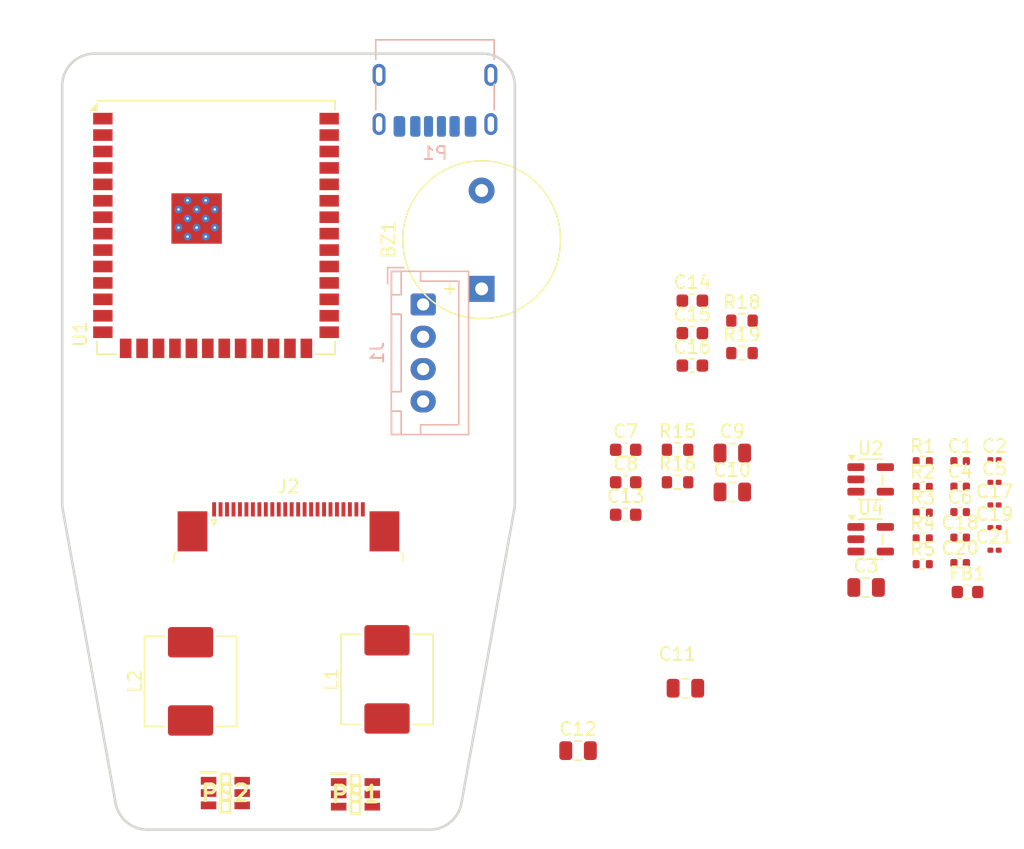
<source format=kicad_pcb>
(kicad_pcb (version 20241229) (generator "pcbnew") (generator_version "9.0")
  (layers (0 "F.Cu" signal) (2 "B.Cu" signal) (13 "F.Paste" user) (15 "B.Paste" user) (5 "F.SilkS" user "F.Silkscreen") (7 "B.SilkS" user "B.Silkscreen") (1 "F.Mask" user) (3 "B.Mask" user) (25 "Edge.Cuts" user))
  (net 0 "")
  (net 1 "GND")
  (net 2 "+5V")
  (net 3 "+BATT")
  (net 4 "Net-(PS1-BS)")
  (net 6 "Net-(PS1-LX)")
  (net 7 "Net-(PS1-FB)")
  (net 8 "Net-(PS2-LX)")
  (net 9 "Net-(PS2-BS)")
  (net 10 "Net-(PS2-FB)")
  (net 17 "Net-(J2-RESETB)")
  (net 18 "/GPIO4")
  (net 19 "/BUZZER")
  (net 22 "Net-(P1-GND-PadA1)")
  (net 23 "Net-(P1-VBUS-PadA4)")
  (net 27 "+3V3")
  (net 28 "/GPIO18")
  (net 29 "/GPIO5")
  (net 30 "Net-(J2-AVDD)")
  (net 31 "+CAM_2V8")
  (net 32 "CAM_1V2")
  (net 33 "Net-(J2-PWDN)")
  (net 35 "/GPIO16")
  (net 36 "/GPIO13")
  (net 37 "Net-(J2-XCLK)")
  (net 38 "/GPIO12")
  (net 39 "/GPIO9")
  (net 40 "/GPIO8")
  (net 41 "/GPIO7")
  (net 42 "/GPIO10")
  (net 43 "/GPIO17")
  (net 44 "/GPIO6")
  (net 45 "/GPIO11")
  (net 46 "/GPIO15")
  (net 53 "Net-(U1-GND-Pad1)")
  (footprint "Capacitor_SMD:C_0402_1005Metric" (layer "F.Cu") (at 123.2549 72.7856)
    (property "Reference" "C1" (at 0 -1.16 0) (layer "F.SilkS"))
    (property "Value" "100nF")
    (fp_line (start -0.107836 -0.36) (end 0.107836 -0.36) (stroke (width 0.12)) (layer "F.SilkS"))
    (fp_line (start -0.107836 0.36) (end 0.107836 0.36) (stroke (width 0.12)) (layer "F.SilkS"))
    (pad "1" smd roundrect (at -0.48 0) (size 0.56 0.62) (layers "F.Cu" "F.Mask" "F.Paste") (net 30 "Net-(J2-AVDD)"))
    (pad "2" smd roundrect (at 0.48 0) (size 0.56 0.62) (layers "F.Cu" "F.Mask" "F.Paste") (net 1 "GND"))
  )
  (footprint "Connector_FFC-FPC:TE_2-1734839-4_1x24-1MP_P0.5mm_Horizontal" (layer "F.Cu") (at 71.3232 77.8658)
    (property "Reference" "J2" (at 0 -3.11 0) (layer "F.SilkS"))
    (property "Value" "Camera")
    (fp_line (start -8.825 2.04) (end -8.825 2.64) (stroke (width 0.12)) (layer "F.SilkS"))
    (fp_line (start -8.715 2.04) (end -8.825 2.04) (stroke (width 0.12)) (layer "F.SilkS"))
    (fp_line (start -5.95 -0.55) (end -5.75 -0.15) (stroke (width 0.12)) (layer "F.SilkS"))
    (fp_line (start -5.75 -0.15) (end -5.55 -0.55) (stroke (width 0.12)) (layer "F.SilkS"))
    (fp_line (start -5.55 -0.55) (end -5.95 -0.55) (stroke (width 0.12)) (layer "F.SilkS"))
    (fp_line (start 8.715 2.04) (end 8.825 2.04) (stroke (width 0.12)) (layer "F.SilkS"))
    (fp_line (start 8.825 2.04) (end 8.825 2.64) (stroke (width 0.12)) (layer "F.SilkS"))
    (pad "1" smd rect (at -5.75 -1.35) (size 0.3 1.1) (layers "F.Cu" "F.Mask" "F.Paste"))
    (pad "2" smd rect (at -5.25 -1.35) (size 0.3 1.1) (layers "F.Cu" "F.Mask" "F.Paste"))
    (pad "3" smd rect (at -4.75 -1.35) (size 0.3 1.1) (layers "F.Cu" "F.Mask" "F.Paste") (net 40 "/GPIO8"))
    (pad "4" smd rect (at -4.25 -1.35) (size 0.3 1.1) (layers "F.Cu" "F.Mask" "F.Paste") (net 39 "/GPIO9"))
    (pad "5" smd rect (at -3.75 -1.35) (size 0.3 1.1) (layers "F.Cu" "F.Mask" "F.Paste") (net 42 "/GPIO10"))
    (pad "6" smd rect (at -3.25 -1.35) (size 0.3 1.1) (layers "F.Cu" "F.Mask" "F.Paste") (net 45 "/GPIO11"))
    (pad "7" smd rect (at -2.75 -1.35) (size 0.3 1.1) (layers "F.Cu" "F.Mask" "F.Paste") (net 38 "/GPIO12"))
    (pad "8" smd rect (at -2.25 -1.35) (size 0.3 1.1) (layers "F.Cu" "F.Mask" "F.Paste") (net 36 "/GPIO13"))
    (pad "9" smd rect (at -1.75 -1.35) (size 0.3 1.1) (layers "F.Cu" "F.Mask" "F.Paste") (net 28 "/GPIO18"))
    (pad "10" smd rect (at -1.25 -1.35) (size 0.3 1.1) (layers "F.Cu" "F.Mask" "F.Paste") (net 1 "GND"))
    (pad "11" smd rect (at -0.75 -1.35) (size 0.3 1.1) (layers "F.Cu" "F.Mask" "F.Paste") (net 43 "/GPIO17"))
    (pad "12" smd rect (at -0.25 -1.35) (size 0.3 1.1) (layers "F.Cu" "F.Mask" "F.Paste") (net 37 "Net-(J2-XCLK)"))
    (pad "13" smd rect (at 0.25 -1.35) (size 0.3 1.1) (layers "F.Cu" "F.Mask" "F.Paste") (net 35 "/GPIO16"))
    (pad "14" smd rect (at 0.75 -1.35) (size 0.3 1.1) (layers "F.Cu" "F.Mask" "F.Paste") (net 31 "+CAM_2V8"))
    (pad "15" smd rect (at 1.25 -1.35) (size 0.3 1.1) (layers "F.Cu" "F.Mask" "F.Paste") (net 32 "CAM_1V2"))
    (pad "16" smd rect (at 1.75 -1.35) (size 0.3 1.1) (layers "F.Cu" "F.Mask" "F.Paste") (net 41 "/GPIO7"))
    (pad "17" smd rect (at 2.25 -1.35) (size 0.3 1.1) (layers "F.Cu" "F.Mask" "F.Paste") (net 33 "Net-(J2-PWDN)"))
    (pad "18" smd rect (at 2.75 -1.35) (size 0.3 1.1) (layers "F.Cu" "F.Mask" "F.Paste") (net 44 "/GPIO6"))
    (pad "19" smd rect (at 3.25 -1.35) (size 0.3 1.1) (layers "F.Cu" "F.Mask" "F.Paste") (net 17 "Net-(J2-RESETB)"))
    (pad "20" smd rect (at 3.75 -1.35) (size 0.3 1.1) (layers "F.Cu" "F.Mask" "F.Paste") (net 29 "/GPIO5"))
    (pad "21" smd rect (at 4.25 -1.35) (size 0.3 1.1) (layers "F.Cu" "F.Mask" "F.Paste") (net 30 "Net-(J2-AVDD)"))
    (pad "22" smd rect (at 4.75 -1.35) (size 0.3 1.1) (layers "F.Cu" "F.Mask" "F.Paste") (net 18 "/GPIO4"))
    (pad "23" smd rect (at 5.25 -1.35) (size 0.3 1.1) (layers "F.Cu" "F.Mask" "F.Paste") (net 1 "GND"))
    (pad "24" smd rect (at 5.75 -1.35) (size 0.3 1.1) (layers "F.Cu" "F.Mask" "F.Paste"))
    (pad "MP" smd rect (at -7.42 0.35) (size 2.3 3.1) (layers "F.Cu" "F.Mask" "F.Paste"))
    (pad "MP" smd rect (at 7.42 0.35) (size 2.3 3.1) (layers "F.Cu" "F.Mask" "F.Paste"))
  )
  (footprint "Resistor_SMD:R_0402_1005Metric" (layer "F.Cu") (at 120.3649 80.7556)
    (property "Reference" "R5" (at 0 -1.17 0) (layer "F.SilkS"))
    (property "Value" "33Ω")
    (fp_line (start -0.153641 -0.38) (end 0.153641 -0.38) (stroke (width 0.12)) (layer "F.SilkS"))
    (fp_line (start -0.153641 0.38) (end 0.153641 0.38) (stroke (width 0.12)) (layer "F.SilkS"))
    (pad "1" smd roundrect (at -0.51 0) (size 0.54 0.64) (layers "F.Cu" "F.Mask" "F.Paste") (net 46 "/GPIO15"))
    (pad "2" smd roundrect (at 0.51 0) (size 0.54 0.64) (layers "F.Cu" "F.Mask" "F.Paste") (net 37 "Net-(J2-XCLK)"))
  )
  (footprint "Capacitor_SMD:C_0805_2012Metric" (layer "F.Cu") (at 105.639 75.172)
    (property "Reference" "C10" (at 0 -1.68 0) (layer "F.SilkS"))
    (property "Value" "10uF")
    (fp_line (start -0.261252 -0.735) (end 0.261252 -0.735) (stroke (width 0.12)) (layer "F.SilkS"))
    (fp_line (start -0.261252 0.735) (end 0.261252 0.735) (stroke (width 0.12)) (layer "F.SilkS"))
    (pad "1" smd roundrect (at -0.95 0) (size 1 1.45) (layers "F.Cu" "F.Mask" "F.Paste") (net 1 "GND"))
    (pad "2" smd roundrect (at 0.95 0) (size 1 1.45) (layers "F.Cu" "F.Mask" "F.Paste") (net 3 "+BATT"))
  )
  (footprint "Thundergeddon:SOT95P285X100-6N" (layer "F.Cu") (at 66.4464 98.4504)
    (property "Reference" "PS2" (at 0 0 0) (layer "F.SilkS") (effects (font (size 1.27 1.27) (thickness 0.254))))
    (property "Value" "SY8113BADC" (hide yes))
    (fp_line (start -1.9 -1.6) (end -0.7 -1.6) (stroke (width 0.2)) (layer "F.SilkS"))
    (fp_line (start -0.35 -1.475) (end 0.35 -1.475) (stroke (width 0.2)) (layer "F.SilkS"))
    (fp_line (start -0.35 1.475) (end -0.35 -1.475) (stroke (width 0.2)) (layer "F.SilkS"))
    (fp_line (start 0.35 -1.475) (end 0.35 1.475) (stroke (width 0.2)) (layer "F.SilkS"))
    (fp_line (start 0.35 1.475) (end -0.35 1.475) (stroke (width 0.2)) (layer "F.SilkS"))
    (pad "1" smd rect (at -1.3 -0.95 90) (size 0.6 1.2) (layers "F.Cu" "F.Mask" "F.Paste") (net 9 "Net-(PS2-BS)"))
    (pad "2" smd rect (at -1.3 0 90) (size 0.6 1.2) (layers "F.Cu" "F.Mask" "F.Paste") (net 1 "GND"))
    (pad "3" smd rect (at -1.3 0.95 90) (size 0.6 1.2) (layers "F.Cu" "F.Mask" "F.Paste") (net 10 "Net-(PS2-FB)"))
    (pad "4" smd rect (at 1.3 0.95 90) (size 0.6 1.2) (layers "F.Cu" "F.Mask" "F.Paste") (net 3 "+BATT"))
    (pad "5" smd rect (at 1.3 0 90) (size 0.6 1.2) (layers "F.Cu" "F.Mask" "F.Paste") (net 3 "+BATT"))
    (pad "6" smd rect (at 1.3 -0.95 90) (size 0.6 1.2) (layers "F.Cu" "F.Mask" "F.Paste") (net 8 "Net-(PS2-LX)"))
  )
  (footprint "Capacitor_SMD:C_0603_1608Metric" (layer "F.Cu") (at 97.399 71.912)
    (property "Reference" "C7" (at 0 -1.43 0) (layer "F.SilkS"))
    (property "Value" "100nF")
    (fp_line (start -0.14058 -0.51) (end 0.14058 -0.51) (stroke (width 0.12)) (layer "F.SilkS"))
    (fp_line (start -0.14058 0.51) (end 0.14058 0.51) (stroke (width 0.12)) (layer "F.SilkS"))
    (pad "1" smd roundrect (at -0.775 0) (size 0.9 0.95) (layers "F.Cu" "F.Mask" "F.Paste") (net 27 "+3V3"))
    (pad "2" smd roundrect (at 0.775 0) (size 0.9 0.95) (layers "F.Cu" "F.Mask" "F.Paste") (net 1 "GND"))
  )
  (footprint "Resistor_SMD:R_0402_1005Metric" (layer "F.Cu") (at 120.3649 78.7656)
    (property "Reference" "R4" (at 0 -1.17 0) (layer "F.SilkS"))
    (property "Value" "10k")
    (fp_line (start -0.153641 -0.38) (end 0.153641 -0.38) (stroke (width 0.12)) (layer "F.SilkS"))
    (fp_line (start -0.153641 0.38) (end 0.153641 0.38) (stroke (width 0.12)) (layer "F.SilkS"))
    (pad "1" smd roundrect (at -0.51 0) (size 0.54 0.64) (layers "F.Cu" "F.Mask" "F.Paste") (net 1 "GND"))
    (pad "2" smd roundrect (at 0.51 0) (size 0.54 0.64) (layers "F.Cu" "F.Mask" "F.Paste") (net 33 "Net-(J2-PWDN)"))
  )
  (footprint "Resistor_SMD:R_0603_1608Metric" (layer "F.Cu") (at 106.3874 64.4352)
    (property "Reference" "R19" (at 0 -1.43 0) (layer "F.SilkS"))
    (property "Value" "16.2kΩ")
    (fp_line (start -0.237258 -0.5225) (end 0.237258 -0.5225) (stroke (width 0.12)) (layer "F.SilkS"))
    (fp_line (start -0.237258 0.5225) (end 0.237258 0.5225) (stroke (width 0.12)) (layer "F.SilkS"))
    (pad "1" smd roundrect (at -0.825 0) (size 0.8 0.95) (layers "F.Cu" "F.Mask" "F.Paste") (net 1 "GND"))
    (pad "2" smd roundrect (at 0.825 0) (size 0.8 0.95) (layers "F.Cu" "F.Mask" "F.Paste") (net 10 "Net-(PS2-FB)"))
  )
  (footprint "Resistor_SMD:R_0402_1005Metric" (layer "F.Cu") (at 120.3649 76.7756)
    (property "Reference" "R3" (at 0 -1.17 0) (layer "F.SilkS"))
    (property "Value" "10k")
    (fp_line (start -0.153641 -0.38) (end 0.153641 -0.38) (stroke (width 0.12)) (layer "F.SilkS"))
    (fp_line (start -0.153641 0.38) (end 0.153641 0.38) (stroke (width 0.12)) (layer "F.SilkS"))
    (pad "1" smd roundrect (at -0.51 0) (size 0.54 0.64) (layers "F.Cu" "F.Mask" "F.Paste") (net 31 "+CAM_2V8"))
    (pad "2" smd roundrect (at 0.51 0) (size 0.54 0.64) (layers "F.Cu" "F.Mask" "F.Paste") (net 17 "Net-(J2-RESETB)"))
  )
  (footprint "Capacitor_SMD:C_0201_0603Metric" (layer "F.Cu") (at 125.9149 76.1756)
    (property "Reference" "C17" (at 0 -1.05 0) (layer "F.SilkS"))
    (property "Value" "1uF")
    (pad "1" smd roundrect (at -0.32 0) (size 0.46 0.4) (layers "F.Cu" "F.Mask") (net 1 "GND"))
    (pad "2" smd roundrect (at 0.32 0) (size 0.46 0.4) (layers "F.Cu" "F.Mask") (net 32 "CAM_1V2"))
  )
  (footprint "Capacitor_SMD:C_0805_2012Metric" (layer "F.Cu") (at 105.639 72.162)
    (property "Reference" "C9" (at 0 -1.68 0) (layer "F.SilkS"))
    (property "Value" "47uF")
    (fp_line (start -0.261252 -0.735) (end 0.261252 -0.735) (stroke (width 0.12)) (layer "F.SilkS"))
    (fp_line (start -0.261252 0.735) (end 0.261252 0.735) (stroke (width 0.12)) (layer "F.SilkS"))
    (pad "1" smd roundrect (at -0.95 0) (size 1 1.45) (layers "F.Cu" "F.Mask" "F.Paste") (net 27 "+3V3"))
    (pad "2" smd roundrect (at 0.95 0) (size 1 1.45) (layers "F.Cu" "F.Mask" "F.Paste") (net 1 "GND"))
  )
  (footprint "Capacitor_SMD:C_0603_1608Metric" (layer "F.Cu") (at 97.399 76.932)
    (property "Reference" "C13" (at 0 -1.43 0) (layer "F.SilkS"))
    (property "Value" "100nF")
    (fp_line (start -0.14058 -0.51) (end 0.14058 -0.51) (stroke (width 0.12)) (layer "F.SilkS"))
    (fp_line (start -0.14058 0.51) (end 0.14058 0.51) (stroke (width 0.12)) (layer "F.SilkS"))
    (pad "1" smd roundrect (at -0.775 0) (size 0.9 0.95) (layers "F.Cu" "F.Mask" "F.Paste") (net 4 "Net-(PS1-BS)"))
    (pad "2" smd roundrect (at 0.775 0) (size 0.9 0.95) (layers "F.Cu" "F.Mask" "F.Paste") (net 6 "Net-(PS1-LX)"))
  )
  (footprint "Inductor_SMD:L_Changjiang_FXL0630" (layer "F.Cu") (at 78.9432 89.662 90)
    (property "Reference" "L1" (at 0 -4.3 90) (layer "F.SilkS"))
    (property "Value" "4.7uH")
    (fp_line (start 3.485 -3.56) (end 3.485 -2.01) (stroke (width 0.12)) (layer "F.SilkS"))
    (fp_line (start -3.485 -3.56) (end 3.485 -3.56) (stroke (width 0.12)) (layer "F.SilkS"))
    (fp_line (start -3.485 -3.56) (end -3.485 -2.01) (stroke (width 0.12)) (layer "F.SilkS"))
    (fp_line (start 3.485 3.56) (end 3.485 2.01) (stroke (width 0.12)) (layer "F.SilkS"))
    (fp_line (start -3.485 3.56) (end -3.485 2.01) (stroke (width 0.12)) (layer "F.SilkS"))
    (fp_line (start -3.485 3.56) (end 3.485 3.56) (stroke (width 0.12)) (layer "F.SilkS"))
    (pad "1" smd roundrect (at -3.025 0 90) (size 2.35 3.5) (layers "F.Cu" "F.Mask" "F.Paste") (roundrect_rratio 0.106383) (net 6 "Net-(PS1-LX)"))
    (pad "2" smd roundrect (at 3.025 0 90) (size 2.35 3.5) (layers "F.Cu" "F.Mask" "F.Paste") (roundrect_rratio 0.106383) (net 27 "+3V3"))
  )
  (footprint "Capacitor_SMD:C_0805_2012Metric" (layer "F.Cu") (at 115.9849 82.5556)
    (property "Reference" "C3" (at 0 -1.68 0) (layer "F.SilkS"))
    (property "Value" "4.7uF")
    (fp_line (start -0.261252 -0.735) (end 0.261252 -0.735) (stroke (width 0.12)) (layer "F.SilkS"))
    (fp_line (start -0.261252 0.735) (end 0.261252 0.735) (stroke (width 0.12)) (layer "F.SilkS"))
    (pad "1" smd roundrect (at -0.95 0) (size 1 1.45) (layers "F.Cu" "F.Mask" "F.Paste") (net 30 "Net-(J2-AVDD)"))
    (pad "2" smd roundrect (at 0.95 0) (size 1 1.45) (layers "F.Cu" "F.Mask" "F.Paste") (net 1 "GND"))
  )
  (footprint "Capacitor_SMD:C_0603_1608Metric" (layer "F.Cu") (at 102.5522 60.3804)
    (property "Reference" "C14" (at 0 -1.43 0) (layer "F.SilkS"))
    (property "Value" "22pF")
    (fp_line (start -0.14058 -0.51) (end 0.14058 -0.51) (stroke (width 0.12)) (layer "F.SilkS"))
    (fp_line (start -0.14058 0.51) (end 0.14058 0.51) (stroke (width 0.12)) (layer "F.SilkS"))
    (pad "1" smd roundrect (at -0.775 0) (size 0.9 0.95) (layers "F.Cu" "F.Mask" "F.Paste") (net 7 "Net-(PS1-FB)"))
    (pad "2" smd roundrect (at 0.775 0) (size 0.9 0.95) (layers "F.Cu" "F.Mask" "F.Paste") (net 27 "+3V3"))
  )
  (footprint "Capacitor_SMD:C_0805_2012Metric" (layer "F.Cu") (at 93.714 95.172)
    (property "Reference" "C12" (at 0 -1.68 0) (layer "F.SilkS"))
    (property "Value" "10uF")
    (fp_line (start -0.261252 -0.735) (end 0.261252 -0.735) (stroke (width 0.12)) (layer "F.SilkS"))
    (fp_line (start -0.261252 0.735) (end 0.261252 0.735) (stroke (width 0.12)) (layer "F.SilkS"))
    (pad "1" smd roundrect (at -0.95 0) (size 1 1.45) (layers "F.Cu" "F.Mask" "F.Paste") (net 1 "GND"))
    (pad "2" smd roundrect (at 0.95 0) (size 1 1.45) (layers "F.Cu" "F.Mask" "F.Paste") (net 3 "+BATT"))
  )
  (footprint "Capacitor_SMD:C_0603_1608Metric" (layer "F.Cu") (at 102.5522 65.4004)
    (property "Reference" "C16" (at 0 -1.43 0) (layer "F.SilkS"))
    (property "Value" "18pF")
    (fp_line (start -0.14058 -0.51) (end 0.14058 -0.51) (stroke (width 0.12)) (layer "F.SilkS"))
    (fp_line (start -0.14058 0.51) (end 0.14058 0.51) (stroke (width 0.12)) (layer "F.SilkS"))
    (pad "1" smd roundrect (at -0.775 0) (size 0.9 0.95) (layers "F.Cu" "F.Mask" "F.Paste") (net 10 "Net-(PS2-FB)"))
    (pad "2" smd roundrect (at 0.775 0) (size 0.9 0.95) (layers "F.Cu" "F.Mask" "F.Paste") (net 2 "+5V"))
  )
  (footprint "Capacitor_SMD:C_0603_1608Metric" (layer "F.Cu") (at 102.5522 62.8904)
    (property "Reference" "C15" (at 0 -1.43 0) (layer "F.SilkS"))
    (property "Value" "100nF")
    (fp_line (start -0.14058 -0.51) (end 0.14058 -0.51) (stroke (width 0.12)) (layer "F.SilkS"))
    (fp_line (start -0.14058 0.51) (end 0.14058 0.51) (stroke (width 0.12)) (layer "F.SilkS"))
    (pad "1" smd roundrect (at -0.775 0) (size 0.9 0.95) (layers "F.Cu" "F.Mask" "F.Paste") (net 9 "Net-(PS2-BS)"))
    (pad "2" smd roundrect (at 0.775 0) (size 0.9 0.95) (layers "F.Cu" "F.Mask" "F.Paste") (net 8 "Net-(PS2-LX)"))
  )
  (footprint "Capacitor_SMD:C_0402_1005Metric" (layer "F.Cu") (at 123.2549 74.7556)
    (property "Reference" "C4" (at 0 -1.16 0) (layer "F.SilkS"))
    (property "Value" "100nF")
    (fp_line (start -0.107836 -0.36) (end 0.107836 -0.36) (stroke (width 0.12)) (layer "F.SilkS"))
    (fp_line (start -0.107836 0.36) (end 0.107836 0.36) (stroke (width 0.12)) (layer "F.SilkS"))
    (pad "1" smd roundrect (at -0.48 0) (size 0.56 0.62) (layers "F.Cu" "F.Mask" "F.Paste") (net 1 "GND"))
    (pad "2" smd roundrect (at 0.48 0) (size 0.56 0.62) (layers "F.Cu" "F.Mask" "F.Paste") (net 31 "+CAM_2V8"))
  )
  (footprint "Resistor_SMD:R_0402_1005Metric" (layer "F.Cu") (at 120.3649 72.7956)
    (property "Reference" "R1" (at 0 -1.17 0) (layer "F.SilkS"))
    (property "Value" "4.7k")
    (fp_line (start -0.153641 -0.38) (end 0.153641 -0.38) (stroke (width 0.12)) (layer "F.SilkS"))
    (fp_line (start -0.153641 0.38) (end 0.153641 0.38) (stroke (width 0.12)) (layer "F.SilkS"))
    (pad "1" smd roundrect (at -0.51 0) (size 0.54 0.64) (layers "F.Cu" "F.Mask" "F.Paste") (net 29 "/GPIO5"))
    (pad "2" smd roundrect (at 0.51 0) (size 0.54 0.64) (layers "F.Cu" "F.Mask" "F.Paste") (net 31 "+CAM_2V8"))
  )
  (footprint "Capacitor_SMD:C_0402_1005Metric" (layer "F.Cu") (at 123.2549 76.7256)
    (property "Reference" "C6" (at 0 -1.16 0) (layer "F.SilkS"))
    (property "Value" "100nF")
    (fp_line (start -0.107836 -0.36) (end 0.107836 -0.36) (stroke (width 0.12)) (layer "F.SilkS"))
    (fp_line (start -0.107836 0.36) (end 0.107836 0.36) (stroke (width 0.12)) (layer "F.SilkS"))
    (pad "1" smd roundrect (at -0.48 0) (size 0.56 0.62) (layers "F.Cu" "F.Mask" "F.Paste") (net 1 "GND"))
    (pad "2" smd roundrect (at 0.48 0) (size 0.56 0.62) (layers "F.Cu" "F.Mask" "F.Paste") (net 32 "CAM_1V2"))
  )
  (footprint "Package_TO_SOT_SMD:SOT-23-5" (layer "F.Cu") (at 116.3349 74.2006)
    (property "Reference" "U2" (at 0 -2.4 0) (layer "F.SilkS"))
    (property "Value" "TLV70028_SOT353")
    (fp_line (start -0.91 -1.56) (end 0.91 -1.56) (stroke (width 0.12)) (layer "F.SilkS"))
    (fp_line (start -0.91 -1.51) (end -0.91 -1.56) (stroke (width 0.12)) (layer "F.SilkS"))
    (fp_line (start -0.91 1.56) (end -0.91 1.51) (stroke (width 0.12)) (layer "F.SilkS"))
    (fp_line (start 0.91 -1.56) (end 0.91 -1.51) (stroke (width 0.12)) (layer "F.SilkS"))
    (fp_line (start 0.91 -0.39) (end 0.91 0.39) (stroke (width 0.12)) (layer "F.SilkS"))
    (fp_line (start 0.91 1.51) (end 0.91 1.56) (stroke (width 0.12)) (layer "F.SilkS"))
    (fp_line (start 0.91 1.56) (end -0.91 1.56) (stroke (width 0.12)) (layer "F.SilkS"))
    (fp_poly (pts (xy -1.45 -1.51) (xy -1.69 -1.84) (xy -1.21 -1.84)) (stroke (width 0.12)) (fill yes) (layer "F.SilkS"))
    (pad "1" smd roundrect (at -1.1375 -0.95) (size 1.325 0.6) (layers "F.Cu" "F.Mask" "F.Paste") (net 27 "+3V3"))
    (pad "2" smd roundrect (at -1.1375 0) (size 1.325 0.6) (layers "F.Cu" "F.Mask" "F.Paste") (net 1 "GND"))
    (pad "3" smd roundrect (at -1.1375 0.95) (size 1.325 0.6) (layers "F.Cu" "F.Mask" "F.Paste") (net 27 "+3V3"))
    (pad "4" smd roundrect (at 1.1375 0.95) (size 1.325 0.6) (layers "F.Cu" "F.Mask" "F.Paste"))
    (pad "5" smd roundrect (at 1.1375 -0.95) (size 1.325 0.6) (layers "F.Cu" "F.Mask" "F.Paste") (net 31 "+CAM_2V8"))
  )
  (footprint "Capacitor_SMD:C_0402_1005Metric" (layer "F.Cu") (at 123.2549 80.6656)
    (property "Reference" "C20" (at 0 -1.16 0) (layer "F.SilkS"))
    (property "Value" "100nF")
    (fp_line (start -0.107836 -0.36) (end 0.107836 -0.36) (stroke (width 0.12)) (layer "F.SilkS"))
    (fp_line (start -0.107836 0.36) (end 0.107836 0.36) (stroke (width 0.12)) (layer "F.SilkS"))
    (pad "1" smd roundrect (at -0.48 0) (size 0.56 0.62) (layers "F.Cu" "F.Mask" "F.Paste") (net 1 "GND"))
    (pad "2" smd roundrect (at 0.48 0) (size 0.56 0.62) (layers "F.Cu" "F.Mask" "F.Paste") (net 27 "+3V3"))
  )
  (footprint "Buzzer_Beeper:Buzzer_12x9.5RM7.6" (layer "F.Cu") (at 86.2584 59.4668 90)
    (property "Reference" "BZ1" (at 3.8 -7.2 90) (layer "F.SilkS"))
    (property "Value" "Buzzer")
    (fp_circle (center 3.8 0) (end 9.9 0) (stroke (width 0.12)) (fill no) (layer "F.SilkS"))
    (fp_text user "+" (at -0.01 -2.54 90) (layer "F.SilkS"))
    (pad "1" thru_hole rect (at 0 0 90) (size 2 2) (drill 1) (layers "*.Cu" "*.Mask"))
    (pad "2" thru_hole circle (at 7.6 0 90) (size 2 2) (drill 1) (layers "*.Cu" "*.Mask"))
  )
  (footprint "Package_TO_SOT_SMD:SOT-23-5" (layer "F.Cu") (at 116.3349 78.8256)
    (property "Reference" "U4" (at 0 -2.4 0) (layer "F.SilkS"))
    (property "Value" "TLV70012_SOT23-5")
    (fp_line (start -0.91 -1.56) (end 0.91 -1.56) (stroke (width 0.12)) (layer "F.SilkS"))
    (fp_line (start -0.91 -1.51) (end -0.91 -1.56) (stroke (width 0.12)) (layer "F.SilkS"))
    (fp_line (start -0.91 1.56) (end -0.91 1.51) (stroke (width 0.12)) (layer "F.SilkS"))
    (fp_line (start 0.91 -1.56) (end 0.91 -1.51) (stroke (width 0.12)) (layer "F.SilkS"))
    (fp_line (start 0.91 -0.39) (end 0.91 0.39) (stroke (width 0.12)) (layer "F.SilkS"))
    (fp_line (start 0.91 1.51) (end 0.91 1.56) (stroke (width 0.12)) (layer "F.SilkS"))
    (fp_line (start 0.91 1.56) (end -0.91 1.56) (stroke (width 0.12)) (layer "F.SilkS"))
    (fp_poly (pts (xy -1.45 -1.51) (xy -1.69 -1.84) (xy -1.21 -1.84)) (stroke (width 0.12)) (fill yes) (layer "F.SilkS"))
    (pad "1" smd roundrect (at -1.1375 -0.95) (size 1.325 0.6) (layers "F.Cu" "F.Mask" "F.Paste") (net 27 "+3V3"))
    (pad "2" smd roundrect (at -1.1375 0) (size 1.325 0.6) (layers "F.Cu" "F.Mask" "F.Paste") (net 1 "GND"))
    (pad "3" smd roundrect (at -1.1375 0.95) (size 1.325 0.6) (layers "F.Cu" "F.Mask" "F.Paste") (net 27 "+3V3"))
    (pad "4" smd roundrect (at 1.1375 0.95) (size 1.325 0.6) (layers "F.Cu" "F.Mask" "F.Paste"))
    (pad "5" smd roundrect (at 1.1375 -0.95) (size 1.325 0.6) (layers "F.Cu" "F.Mask" "F.Paste") (net 32 "CAM_1V2"))
  )
  (footprint "Inductor_SMD:L_Changjiang_FXL0630" (layer "F.Cu") (at 63.754 89.8144 90)
    (property "Reference" "L2" (at 0 -4.3 90) (layer "F.SilkS"))
    (property "Value" "4.7uH")
    (fp_line (start 3.485 -3.56) (end 3.485 -2.01) (stroke (width 0.12)) (layer "F.SilkS"))
    (fp_line (start -3.485 -3.56) (end 3.485 -3.56) (stroke (width 0.12)) (layer "F.SilkS"))
    (fp_line (start -3.485 -3.56) (end -3.485 -2.01) (stroke (width 0.12)) (layer "F.SilkS"))
    (fp_line (start 3.485 3.56) (end 3.485 2.01) (stroke (width 0.12)) (layer "F.SilkS"))
    (fp_line (start -3.485 3.56) (end -3.485 2.01) (stroke (width 0.12)) (layer "F.SilkS"))
    (fp_line (start -3.485 3.56) (end 3.485 3.56) (stroke (width 0.12)) (layer "F.SilkS"))
    (pad "1" smd roundrect (at -3.025 0 90) (size 2.35 3.5) (layers "F.Cu" "F.Mask" "F.Paste") (roundrect_rratio 0.106383) (net 8 "Net-(PS2-LX)"))
    (pad "2" smd roundrect (at 3.025 0 90) (size 2.35 3.5) (layers "F.Cu" "F.Mask" "F.Paste") (roundrect_rratio 0.106383) (net 2 "+5V"))
  )
  (footprint "Resistor_SMD:R_0402_1005Metric" (layer "F.Cu") (at 120.3649 74.7856)
    (property "Reference" "R2" (at 0 -1.17 0) (layer "F.SilkS"))
    (property "Value" "4.7k")
    (fp_line (start -0.153641 -0.38) (end 0.153641 -0.38) (stroke (width 0.12)) (layer "F.SilkS"))
    (fp_line (start -0.153641 0.38) (end 0.153641 0.38) (stroke (width 0.12)) (layer "F.SilkS"))
    (pad "1" smd roundrect (at -0.51 0) (size 0.54 0.64) (layers "F.Cu" "F.Mask" "F.Paste") (net 31 "+CAM_2V8"))
    (pad "2" smd roundrect (at 0.51 0) (size 0.54 0.64) (layers "F.Cu" "F.Mask" "F.Paste") (net 18 "/GPIO4"))
  )
  (footprint "Capacitor_SMD:C_0201_0603Metric" (layer "F.Cu") (at 125.9149 77.9256)
    (property "Reference" "C19" (at 0 -1.05 0) (layer "F.SilkS"))
    (property "Value" "1uF")
    (pad "1" smd roundrect (at -0.32 0) (size 0.46 0.4) (layers "F.Cu" "F.Mask") (net 1 "GND"))
    (pad "2" smd roundrect (at 0.32 0) (size 0.46 0.4) (layers "F.Cu" "F.Mask") (net 27 "+3V3"))
  )
  (footprint "RF_Module:ESP32-S3-WROOM-1U" (layer "F.Cu") (at 65.7224 54.7188)
    (property "Reference" "U1" (at -10.5 8.25 90) (layer "F.SilkS"))
    (property "Value" "ESP32-WROVER-E")
    (fp_line (start -9.2 -9.8) (end 9.2 -9.8) (stroke (width 0.12)) (layer "F.SilkS"))
    (fp_line (start -9.2 8.8) (end -9.2 9.8) (stroke (width 0.12)) (layer "F.SilkS"))
    (fp_line (start -9.2 9.8) (end -7.7 9.8) (stroke (width 0.12)) (layer "F.SilkS"))
    (fp_line (start 9.2 -9.8) (end 9.2 -9.1) (stroke (width 0.12)) (layer "F.SilkS"))
    (fp_line (start 9.2 9.8) (end 7.7 9.8) (stroke (width 0.12)) (layer "F.SilkS"))
    (fp_line (start 9.2 9.8) (end 9.2 8.8) (stroke (width 0.12)) (layer "F.SilkS"))
    (fp_poly (pts (xy -9.2 -9.05) (xy -9.7 -9.05) (xy -9.2 -9.55) (xy -9.2 -9.05)) (stroke (width 0.12)) (fill yes) (layer "F.SilkS"))
    (pad "1" smd rect (at -8.75 -8.41) (size 1.5 0.9) (layers "F.Cu" "F.Mask" "F.Paste") (net 53 "Net-(U1-GND-Pad1)"))
    (pad "2" smd rect (at -8.75 -7.14) (size 1.5 0.9) (layers "F.Cu" "F.Mask" "F.Paste"))
    (pad "3" smd rect (at -8.75 -5.87) (size 1.5 0.9) (layers "F.Cu" "F.Mask" "F.Paste"))
    (pad "4" smd rect (at -8.75 -4.6) (size 1.5 0.9) (layers "F.Cu" "F.Mask" "F.Paste"))
    (pad "5" smd rect (at -8.75 -3.33) (size 1.5 0.9) (layers "F.Cu" "F.Mask" "F.Paste"))
    (pad "6" smd rect (at -8.75 -2.06) (size 1.5 0.9) (layers "F.Cu" "F.Mask" "F.Paste"))
    (pad "7" smd rect (at -8.75 -0.79) (size 1.5 0.9) (layers "F.Cu" "F.Mask" "F.Paste"))
    (pad "8" smd rect (at -8.75 0.48) (size 1.5 0.9) (layers "F.Cu" "F.Mask" "F.Paste"))
    (pad "9" smd rect (at -8.75 1.75) (size 1.5 0.9) (layers "F.Cu" "F.Mask" "F.Paste"))
    (pad "10" smd rect (at -8.75 3.02) (size 1.5 0.9) (layers "F.Cu" "F.Mask" "F.Paste"))
    (pad "11" smd rect (at -8.75 4.29) (size 1.5 0.9) (layers "F.Cu" "F.Mask" "F.Paste"))
    (pad "12" smd rect (at -8.75 5.56) (size 1.5 0.9) (layers "F.Cu" "F.Mask" "F.Paste"))
    (pad "13" smd rect (at -8.75 6.83) (size 1.5 0.9) (layers "F.Cu" "F.Mask" "F.Paste"))
    (pad "14" smd rect (at -8.75 8.1 180) (size 1.5 0.9) (layers "F.Cu" "F.Mask" "F.Paste"))
    (pad "15" smd rect (at -6.985 9.35 270) (size 1.5 0.9) (layers "F.Cu" "F.Mask" "F.Paste"))
    (pad "16" smd rect (at -5.715 9.35 270) (size 1.5 0.9) (layers "F.Cu" "F.Mask" "F.Paste"))
    (pad "17" smd rect (at -4.445 9.35 270) (size 1.5 0.9) (layers "F.Cu" "F.Mask" "F.Paste"))
    (pad "18" smd rect (at -3.175 9.35 270) (size 1.5 0.9) (layers "F.Cu" "F.Mask" "F.Paste"))
    (pad "19" smd rect (at -1.905 9.35 270) (size 1.5 0.9) (layers "F.Cu" "F.Mask" "F.Paste"))
    (pad "20" smd rect (at -0.635 9.35 270) (size 1.5 0.9) (layers "F.Cu" "F.Mask" "F.Paste"))
    (pad "21" smd rect (at 0.635 9.35 270) (size 1.5 0.9) (layers "F.Cu" "F.Mask" "F.Paste"))
    (pad "22" smd rect (at 1.905 9.35 270) (size 1.5 0.9) (layers "F.Cu" "F.Mask" "F.Paste"))
    (pad "23" smd rect (at 3.175 9.35 270) (size 1.5 0.9) (layers "F.Cu" "F.Mask" "F.Paste"))
    (pad "24" smd rect (at 4.445 9.35 270) (size 1.5 0.9) (layers "F.Cu" "F.Mask" "F.Paste"))
    (pad "25" smd rect (at 5.715 9.35 270) (size 1.5 0.9) (layers "F.Cu" "F.Mask" "F.Paste"))
    (pad "26" smd rect (at 6.985 9.35 270) (size 1.5 0.9) (layers "F.Cu" "F.Mask" "F.Paste"))
    (pad "27" smd rect (at 8.75 8.1) (size 1.5 0.9) (layers "F.Cu" "F.Mask" "F.Paste"))
    (pad "28" smd rect (at 8.75 6.83) (size 1.5 0.9) (layers "F.Cu" "F.Mask" "F.Paste"))
    (pad "29" smd rect (at 8.75 5.56) (size 1.5 0.9) (layers "F.Cu" "F.Mask" "F.Paste"))
    (pad "30" smd rect (at 8.75 4.29) (size 1.5 0.9) (layers "F.Cu" "F.Mask" "F.Paste"))
    (pad "31" smd rect (at 8.75 3.02) (size 1.5 0.9) (layers "F.Cu" "F.Mask" "F.Paste"))
    (pad "32" smd rect (at 8.75 1.75) (size 1.5 0.9) (layers "F.Cu" "F.Mask" "F.Paste"))
    (pad "33" smd rect (at 8.75 0.48) (size 1.5 0.9) (layers "F.Cu" "F.Mask" "F.Paste"))
    (pad "34" smd rect (at 8.75 -0.79) (size 1.5 0.9) (layers "F.Cu" "F.Mask" "F.Paste"))
    (pad "35" smd rect (at 8.75 -2.06) (size 1.5 0.9) (layers "F.Cu" "F.Mask" "F.Paste"))
    (pad "36" smd rect (at 8.75 -3.33) (size 1.5 0.9) (layers "F.Cu" "F.Mask" "F.Paste"))
    (pad "37" smd rect (at 8.75 -4.6) (size 1.5 0.9) (layers "F.Cu" "F.Mask" "F.Paste"))
    (pad "38" smd rect (at 8.75 -5.87) (size 1.5 0.9) (layers "F.Cu" "F.Mask" "F.Paste"))
    (pad "39" smd rect (at 8.75 -7.14) (size 1.5 0.9) (layers "F.Cu" "F.Mask" "F.Paste") (net 19 "/BUZZER"))
    (pad "40" smd rect (at 8.75 -8.41) (size 1.5 0.9) (layers "F.Cu" "F.Mask" "F.Paste") (net 53 "Net-(U1-GND-Pad1)"))
    (pad "41" thru_hole circle (at -2.9 -1.39) (size 0.6 0.6) (drill 0.2) (property pad_prop_heatsink) (layers "*.Cu" "F.Mask") (net 53 "Net-(U1-GND-Pad1)"))
    (pad "41" thru_hole circle (at -2.9 0.01) (size 0.6 0.6) (drill 0.2) (property pad_prop_heatsink) (layers "*.Cu" "F.Mask") (net 53 "Net-(U1-GND-Pad1)"))
    (pad "41" thru_hole circle (at -2.2 -2.09) (size 0.6 0.6) (drill 0.2) (property pad_prop_heatsink) (layers "*.Cu" "F.Mask") (net 53 "Net-(U1-GND-Pad1)"))
    (pad "41" thru_hole circle (at -2.2 -0.69) (size 0.6 0.6) (drill 0.2) (property pad_prop_heatsink) (layers "*.Cu" "F.Mask") (net 53 "Net-(U1-GND-Pad1)"))
    (pad "41" thru_hole circle (at -2.2 0.71) (size 0.6 0.6) (drill 0.2) (property pad_prop_heatsink) (layers "*.Cu" "F.Mask") (net 53 "Net-(U1-GND-Pad1)"))
    (pad "41" thru_hole circle (at -1.5 -1.39) (size 0.6 0.6) (drill 0.2) (property pad_prop_heatsink) (layers "*.Cu" "F.Mask") (net 53 "Net-(U1-GND-Pad1)"))
    (pad "41" smd rect (at -1.5 -0.69) (size 3.9 3.9) (property pad_prop_heatsink) (layers "F.Cu" "F.Mask") (net 53 "Net-(U1-GND-Pad1)"))
    (pad "41" thru_hole circle (at -1.5 0.01) (size 0.6 0.6) (drill 0.2) (property pad_prop_heatsink) (layers "*.Cu" "F.Mask") (net 53 "Net-(U1-GND-Pad1)"))
    (pad "41" thru_hole circle (at -0.8 -2.09) (size 0.6 0.6) (drill 0.2) (property pad_prop_heatsink) (layers "*.Cu" "F.Mask") (net 53 "Net-(U1-GND-Pad1)"))
    (pad "41" thru_hole circle (at -0.8 -0.69) (size 0.6 0.6) (drill 0.2) (property pad_prop_heatsink) (layers "*.Cu" "F.Mask") (net 53 "Net-(U1-GND-Pad1)"))
    (pad "41" thru_hole circle (at -0.8 0.71) (size 0.6 0.6) (drill 0.2) (property pad_prop_heatsink) (layers "*.Cu" "F.Mask") (net 53 "Net-(U1-GND-Pad1)"))
    (pad "41" thru_hole circle (at -0.1 -1.39) (size 0.6 0.6) (drill 0.2) (property pad_prop_heatsink) (layers "*.Cu" "F.Mask") (net 53 "Net-(U1-GND-Pad1)"))
    (pad "41" thru_hole circle (at -0.1 0.01) (size 0.6 0.6) (drill 0.2) (property pad_prop_heatsink) (layers "*.Cu" "F.Mask") (net 53 "Net-(U1-GND-Pad1)"))
  )
  (footprint "Capacitor_SMD:C_0201_0603Metric" (layer "F.Cu") (at 125.9149 79.6756)
    (property "Reference" "C21" (at 0 -1.05 0) (layer "F.SilkS"))
    (property "Value" "1uF")
    (pad "1" smd roundrect (at -0.32 0) (size 0.46 0.4) (layers "F.Cu" "F.Mask") (net 1 "GND"))
    (pad "2" smd roundrect (at 0.32 0) (size 0.46 0.4) (layers "F.Cu" "F.Mask") (net 27 "+3V3"))
  )
  (footprint "Capacitor_SMD:C_0402_1005Metric" (layer "F.Cu") (at 123.2549 78.6956)
    (property "Reference" "C18" (at 0 -1.16 0) (layer "F.SilkS"))
    (property "Value" "100nF")
    (fp_line (start -0.107836 -0.36) (end 0.107836 -0.36) (stroke (width 0.12)) (layer "F.SilkS"))
    (fp_line (start -0.107836 0.36) (end 0.107836 0.36) (stroke (width 0.12)) (layer "F.SilkS"))
    (pad "1" smd roundrect (at -0.48 0) (size 0.56 0.62) (layers "F.Cu" "F.Mask" "F.Paste") (net 1 "GND"))
    (pad "2" smd roundrect (at 0.48 0) (size 0.56 0.62) (layers "F.Cu" "F.Mask" "F.Paste") (net 27 "+3V3"))
  )
  (footprint "Inductor_SMD:L_0603_1608Metric" (layer "F.Cu") (at 123.8249 82.9056)
    (property "Reference" "FB1" (at 0 -1.43 0) (layer "F.SilkS"))
    (property "Value" "FerriteBead")
    (fp_line (start -0.162779 -0.51) (end 0.162779 -0.51) (stroke (width 0.12)) (layer "F.SilkS"))
    (fp_line (start -0.162779 0.51) (end 0.162779 0.51) (stroke (width 0.12)) (layer "F.SilkS"))
    (pad "1" smd roundrect (at -0.7875 0) (size 0.875 0.95) (layers "F.Cu" "F.Mask" "F.Paste") (net 27 "+3V3"))
    (pad "2" smd roundrect (at 0.7875 0) (size 0.875 0.95) (layers "F.Cu" "F.Mask" "F.Paste") (net 30 "Net-(J2-AVDD)"))
  )
  (footprint "Resistor_SMD:R_0603_1608Metric" (layer "F.Cu") (at 101.409 74.422)
    (property "Reference" "R16" (at 0 -1.43 0) (layer "F.SilkS"))
    (property "Value" "22kΩ")
    (fp_line (start -0.237258 -0.5225) (end 0.237258 -0.5225) (stroke (width 0.12)) (layer "F.SilkS"))
    (fp_line (start -0.237258 0.5225) (end 0.237258 0.5225) (stroke (width 0.12)) (layer "F.SilkS"))
    (pad "1" smd roundrect (at -0.825 0) (size 0.8 0.95) (layers "F.Cu" "F.Mask" "F.Paste") (net 1 "GND"))
    (pad "2" smd roundrect (at 0.825 0) (size 0.8 0.95) (layers "F.Cu" "F.Mask" "F.Paste") (net 7 "Net-(PS1-FB)"))
  )
  (footprint "Capacitor_SMD:C_0603_1608Metric" (layer "F.Cu") (at 97.399 74.422)
    (property "Reference" "C8" (at 0 -1.43 0) (layer "F.SilkS"))
    (property "Value" "100nF")
    (fp_line (start -0.14058 -0.51) (end 0.14058 -0.51) (stroke (width 0.12)) (layer "F.SilkS"))
    (fp_line (start -0.14058 0.51) (end 0.14058 0.51) (stroke (width 0.12)) (layer "F.SilkS"))
    (pad "1" smd roundrect (at -0.775 0) (size 0.9 0.95) (layers "F.Cu" "F.Mask" "F.Paste") (net 2 "+5V"))
    (pad "2" smd roundrect (at 0.775 0) (size 0.9 0.95) (layers "F.Cu" "F.Mask" "F.Paste") (net 1 "GND"))
  )
  (footprint "Capacitor_SMD:C_0805_2012Metric" (layer "F.Cu") (at 102.014 90.347)
    (property "Reference" "C11" (at -0.625 -2.65 0) (layer "F.SilkS"))
    (property "Value" "47uF")
    (fp_line (start -0.261252 -0.735) (end 0.261252 -0.735) (stroke (width 0.12)) (layer "F.SilkS"))
    (fp_line (start -0.261252 0.735) (end 0.261252 0.735) (stroke (width 0.12)) (layer "F.SilkS"))
    (pad "1" smd roundrect (at -0.95 0) (size 1 1.45) (layers "F.Cu" "F.Mask" "F.Paste") (net 2 "+5V"))
    (pad "2" smd roundrect (at 0.95 0) (size 1 1.45) (layers "F.Cu" "F.Mask" "F.Paste") (net 1 "GND"))
  )
  (footprint "Capacitor_SMD:C_0201_0603Metric" (layer "F.Cu") (at 125.9149 74.4256)
    (property "Reference" "C5" (at 0 -1.05 0) (layer "F.SilkS"))
    (property "Value" "1uF")
    (pad "1" smd roundrect (at -0.32 0) (size 0.46 0.4) (layers "F.Cu" "F.Mask") (net 1 "GND"))
    (pad "2" smd roundrect (at 0.32 0) (size 0.46 0.4) (layers "F.Cu" "F.Mask") (net 31 "+CAM_2V8"))
  )
  (footprint "Thundergeddon:SOT95P285X100-6N" (layer "F.Cu") (at 76.5048 98.552)
    (property "Reference" "PS1" (at 0 0 0) (layer "F.SilkS") (effects (font (size 1.27 1.27) (thickness 0.254))))
    (property "Value" "SY8113BADC" (hide yes))
    (fp_line (start -1.9 -1.6) (end -0.7 -1.6) (stroke (width 0.2)) (layer "F.SilkS"))
    (fp_line (start -0.35 -1.475) (end 0.35 -1.475) (stroke (width 0.2)) (layer "F.SilkS"))
    (fp_line (start -0.35 1.475) (end -0.35 -1.475) (stroke (width 0.2)) (layer "F.SilkS"))
    (fp_line (start 0.35 -1.475) (end 0.35 1.475) (stroke (width 0.2)) (layer "F.SilkS"))
    (fp_line (start 0.35 1.475) (end -0.35 1.475) (stroke (width 0.2)) (layer "F.SilkS"))
    (pad "1" smd rect (at -1.3 -0.95 90) (size 0.6 1.2) (layers "F.Cu" "F.Mask" "F.Paste") (net 4 "Net-(PS1-BS)"))
    (pad "2" smd rect (at -1.3 0 90) (size 0.6 1.2) (layers "F.Cu" "F.Mask" "F.Paste") (net 1 "GND"))
    (pad "3" smd rect (at -1.3 0.95 90) (size 0.6 1.2) (layers "F.Cu" "F.Mask" "F.Paste") (net 7 "Net-(PS1-FB)"))
    (pad "4" smd rect (at 1.3 0.95 90) (size 0.6 1.2) (layers "F.Cu" "F.Mask" "F.Paste") (net 3 "+BATT"))
    (pad "5" smd rect (at 1.3 0 90) (size 0.6 1.2) (layers "F.Cu" "F.Mask" "F.Paste") (net 3 "+BATT"))
    (pad "6" smd rect (at 1.3 -0.95 90) (size 0.6 1.2) (layers "F.Cu" "F.Mask" "F.Paste") (net 6 "Net-(PS1-LX)"))
  )
  (footprint "Capacitor_SMD:C_0201_0603Metric" (layer "F.Cu") (at 125.9149 72.6756)
    (property "Reference" "C2" (at 0 -1.05 0) (layer "F.SilkS"))
    (property "Value" "1uF")
    (pad "1" smd roundrect (at -0.32 0) (size 0.46 0.4) (layers "F.Cu" "F.Mask") (net 30 "Net-(J2-AVDD)"))
    (pad "2" smd roundrect (at 0.32 0) (size 0.46 0.4) (layers "F.Cu" "F.Mask") (net 1 "GND"))
  )
  (footprint "Resistor_SMD:R_0603_1608Metric" (layer "F.Cu") (at 106.3874 61.9252)
    (property "Reference" "R18" (at 0 -1.43 0) (layer "F.SilkS"))
    (property "Value" "118kΩ")
    (fp_line (start -0.237258 -0.5225) (end 0.237258 -0.5225) (stroke (width 0.12)) (layer "F.SilkS"))
    (fp_line (start -0.237258 0.5225) (end 0.237258 0.5225) (stroke (width 0.12)) (layer "F.SilkS"))
    (pad "1" smd roundrect (at -0.825 0) (size 0.8 0.95) (layers "F.Cu" "F.Mask" "F.Paste") (net 2 "+5V"))
    (pad "2" smd roundrect (at 0.825 0) (size 0.8 0.95) (layers "F.Cu" "F.Mask" "F.Paste") (net 10 "Net-(PS2-FB)"))
  )
  (footprint "Resistor_SMD:R_0603_1608Metric" (layer "F.Cu") (at 101.409 71.912)
    (property "Reference" "R15" (at 0 -1.43 0) (layer "F.SilkS"))
    (property "Value" "100kΩ")
    (fp_line (start -0.237258 -0.5225) (end 0.237258 -0.5225) (stroke (width 0.12)) (layer "F.SilkS"))
    (fp_line (start -0.237258 0.5225) (end 0.237258 0.5225) (stroke (width 0.12)) (layer "F.SilkS"))
    (pad "1" smd roundrect (at -0.825 0) (size 0.8 0.95) (layers "F.Cu" "F.Mask" "F.Paste") (net 27 "+3V3"))
    (pad "2" smd roundrect (at 0.825 0) (size 0.8 0.95) (layers "F.Cu" "F.Mask" "F.Paste") (net 7 "Net-(PS1-FB)"))
  )
  (footprint "Connector_JST:JST_XH_B4B-XH-A_1x04_P2.50mm_Vertical" (layer "B.Cu") (at 81.7372 60.6736 -90)
    (property "Reference" "J1" (at 3.75 3.55 90) (layer "B.SilkS") (effects (justify mirror)))
    (property "Value" "Conn_01x04_Socket")
    (fp_line (start -2.85 2.75) (end -2.85 1.5) (stroke (width 0.12)) (layer "B.SilkS"))
    (fp_line (start -1.6 2.75) (end -2.85 2.75) (stroke (width 0.12)) (layer "B.SilkS"))
    (fp_line (start -2.56 2.46) (end -2.56 -3.51) (stroke (width 0.12)) (layer "B.SilkS"))
    (fp_line (start 10.06 2.46) (end -2.56 2.46) (stroke (width 0.12)) (layer "B.SilkS"))
    (fp_line (start -2.55 2.45) (end -2.55 1.7) (stroke (width 0.12)) (layer "B.SilkS"))
    (fp_line (start -0.75 2.45) (end -2.55 2.45) (stroke (width 0.12)) (layer "B.SilkS"))
    (fp_line (start 0.75 2.45) (end 0.75 1.7) (stroke (width 0.12)) (layer "B.SilkS"))
    (fp_line (start 6.75 2.45) (end 0.75 2.45) (stroke (width 0.12)) (layer "B.SilkS"))
    (fp_line (start 8.25 2.45) (end 8.25 1.7) (stroke (width 0.12)) (layer "B.SilkS"))
    (fp_line (start 10.05 2.45) (end 8.25 2.45) (stroke (width 0.12)) (layer "B.SilkS"))
    (fp_line (start -2.55 1.7) (end -0.75 1.7) (stroke (width 0.12)) (layer "B.SilkS"))
    (fp_line (start -0.75 1.7) (end -0.75 2.45) (stroke (width 0.12)) (layer "B.SilkS"))
    (fp_line (start 0.75 1.7) (end 6.75 1.7) (stroke (width 0.12)) (layer "B.SilkS"))
    (fp_line (start 6.75 1.7) (end 6.75 2.45) (stroke (width 0.12)) (layer "B.SilkS"))
    (fp_line (start 8.25 1.7) (end 10.05 1.7) (stroke (width 0.12)) (layer "B.SilkS"))
    (fp_line (start 10.05 1.7) (end 10.05 2.45) (stroke (width 0.12)) (layer "B.SilkS"))
    (fp_line (start -2.55 0.2) (end -1.8 0.2) (stroke (width 0.12)) (layer "B.SilkS"))
    (fp_line (start -1.8 0.2) (end -1.8 -2.75) (stroke (width 0.12)) (layer "B.SilkS"))
    (fp_line (start 9.3 0.2) (end 9.3 -2.75) (stroke (width 0.12)) (layer "B.SilkS"))
    (fp_line (start 10.05 0.2) (end 9.3 0.2) (stroke (width 0.12)) (layer "B.SilkS"))
    (fp_line (start -1.8 -2.75) (end 3.75 -2.75) (stroke (width 0.12)) (layer "B.SilkS"))
    (fp_line (start 9.3 -2.75) (end 3.75 -2.75) (stroke (width 0.12)) (layer "B.SilkS"))
    (fp_line (start -2.56 -3.51) (end 10.06 -3.51) (stroke (width 0.12)) (layer "B.SilkS"))
    (fp_line (start 10.06 -3.51) (end 10.06 2.46) (stroke (width 0.12)) (layer "B.SilkS"))
    (pad "1" thru_hole roundrect (at 0 0 270) (size 1.7 1.95) (drill 0.95) (layers "*.Cu" "*.Mask") (roundrect_rratio 0.147059))
    (pad "2" thru_hole oval (at 2.5 0 270) (size 1.7 1.95) (drill 0.95) (layers "*.Cu" "*.Mask"))
    (pad "3" thru_hole oval (at 5 0 270) (size 1.7 1.95) (drill 0.95) (layers "*.Cu" "*.Mask"))
    (pad "4" thru_hole oval (at 7.5 0 270) (size 1.7 1.95) (drill 0.95) (layers "*.Cu" "*.Mask"))
  )
  (footprint "Connector_USB:USB_C_Receptacle_HRO_TYPE-C-31-M-17" (layer "B.Cu") (at 82.6496 43.726)
    (property "Reference" "P1" (at 0 5.25 180) (layer "B.SilkS") (effects (justify mirror)))
    (property "Value" "USB_C_Plug")
    (fp_line (start -4.58 -3.51) (end 4.58 -3.51) (stroke (width 0.12)) (layer "B.SilkS"))
    (fp_line (start -4.58 -2) (end -4.58 -3.51) (stroke (width 0.12)) (layer "B.SilkS"))
    (fp_line (start -4.58 1.9) (end -4.58 -0.1) (stroke (width 0.12)) (layer "B.SilkS"))
    (fp_line (start 4.58 -2) (end 4.58 -3.51) (stroke (width 0.12)) (layer "B.SilkS"))
    (fp_line (start 4.58 1.9) (end 4.58 -0.1) (stroke (width 0.12)) (layer "B.SilkS"))
    (pad "A5" smd roundrect (at -0.5 3.18) (size 0.7 1.6) (layers "B.Cu" "B.Mask" "B.Paste"))
    (pad "A9" smd roundrect (at 1.52 3.18) (size 0.8 1.6) (layers "B.Cu" "B.Mask" "B.Paste") (net 23 "Net-(P1-VBUS-PadA4)"))
    (pad "A12" smd roundrect (at 2.75 3.18) (size 0.9 1.6) (layers "B.Cu" "B.Mask" "B.Paste") (net 22 "Net-(P1-GND-PadA1)"))
    (pad "B5" smd roundrect (at 0.5 3.18) (size 0.7 1.6) (layers "B.Cu" "B.Mask" "B.Paste"))
    (pad "B9" smd roundrect (at -1.52 3.18) (size 0.8 1.6) (layers "B.Cu" "B.Mask" "B.Paste") (net 23 "Net-(P1-VBUS-PadA4)"))
    (pad "B12" smd roundrect (at -2.75 3.18) (size 0.9 1.6) (layers "B.Cu" "B.Mask" "B.Paste") (net 22 "Net-(P1-GND-PadA1)"))
    (pad "S1" thru_hole oval (at -4.32 -0.8) (size 1 1.7) (drill oval 0.5 1.2) (property pad_prop_heatsink) (layers "*.Cu" "*.Mask"))
    (pad "S1" thru_hole oval (at -4.32 3) (size 1 1.7) (drill oval 0.5 1.2) (property pad_prop_heatsink) (layers "*.Cu" "*.Mask"))
    (pad "S1" thru_hole oval (at 4.32 -0.8) (size 1 1.7) (drill oval 0.5 1.2) (property pad_prop_heatsink) (layers "*.Cu" "*.Mask"))
    (pad "S1" thru_hole oval (at 4.32 3) (size 1 1.7) (drill oval 0.5 1.2) (property pad_prop_heatsink) (layers "*.Cu" "*.Mask"))
  )
  (gr_arc (start 84.697248 99.222248) (mid 83.840348 100.697336) (end 82.23679 101.279367) (stroke (width 0.2)) (layer "Edge.Cuts"))
  (gr_line (start 84.697248 99.222248) (end 88.787427 76.499032) (stroke (width 0.2)) (layer "Edge.Cuts"))
  (gr_line (start 57.956686 99.222248) (end 53.866508 76.499036) (stroke (width 0.2)) (layer "Edge.Cuts"))
  (gr_line (start 60.417146 101.279367) (end 82.23679 101.279367) (stroke (width 0.2)) (layer "Edge.Cuts"))
  (gr_line (start 88.826967 76.056167) (end 88.826967 43.779367) (stroke (width 0.2)) (layer "Edge.Cuts"))
  (gr_arc (start 88.826967 76.056167) (mid 88.817062 76.278483) (end 88.787427 76.499032) (stroke (width 0.2)) (layer "Edge.Cuts"))
  (gr_line (start 53.826967 76.056166) (end 53.826967 43.779368) (stroke (width 0.2)) (layer "Edge.Cuts"))
  (gr_arc (start 86.326967 41.279367) (mid 88.094734 42.0116) (end 88.826967 43.779367) (stroke (width 0.2)) (layer "Edge.Cuts"))
  (gr_arc (start 53.866508 76.499036) (mid 53.836872 76.278483) (end 53.826967 76.056166) (stroke (width 0.2)) (layer "Edge.Cuts"))
  (gr_arc (start 60.417146 101.279367) (mid 58.813587 100.697335) (end 57.956686 99.222248) (stroke (width 0.2)) (layer "Edge.Cuts"))
  (gr_arc (start 53.826967 43.779368) (mid 54.5592 42.0116) (end 56.326967 41.279367) (stroke (width 0.2)) (layer "Edge.Cuts"))
  (gr_line (start 86.326967 41.279367) (end 56.326967 41.279367) (stroke (width 0.2)) (layer "Edge.Cuts"))
)
</source>
